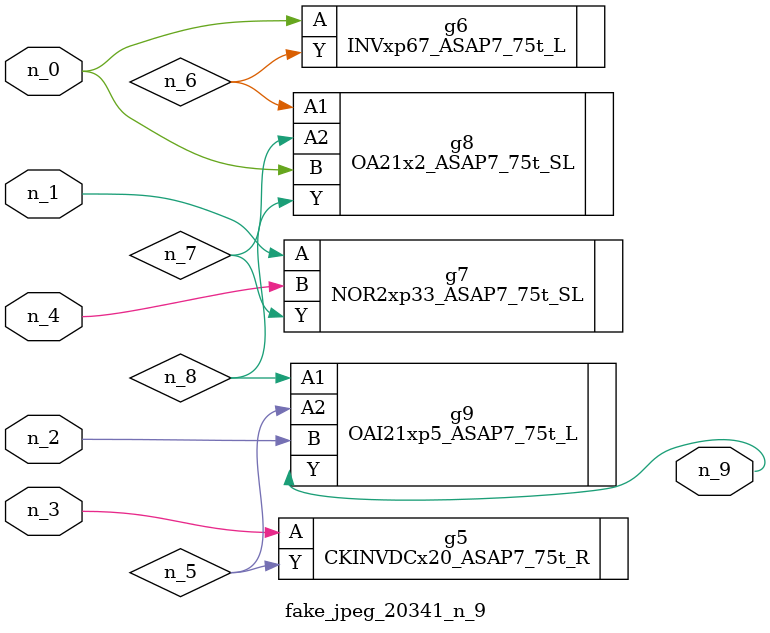
<source format=v>
module fake_jpeg_20341_n_9 (n_3, n_2, n_1, n_0, n_4, n_9);

input n_3;
input n_2;
input n_1;
input n_0;
input n_4;

output n_9;

wire n_8;
wire n_6;
wire n_5;
wire n_7;

CKINVDCx20_ASAP7_75t_R g5 ( 
.A(n_3),
.Y(n_5)
);

INVxp67_ASAP7_75t_L g6 ( 
.A(n_0),
.Y(n_6)
);

NOR2xp33_ASAP7_75t_SL g7 ( 
.A(n_1),
.B(n_4),
.Y(n_7)
);

OA21x2_ASAP7_75t_SL g8 ( 
.A1(n_6),
.A2(n_7),
.B(n_0),
.Y(n_8)
);

OAI21xp5_ASAP7_75t_L g9 ( 
.A1(n_8),
.A2(n_5),
.B(n_2),
.Y(n_9)
);


endmodule
</source>
